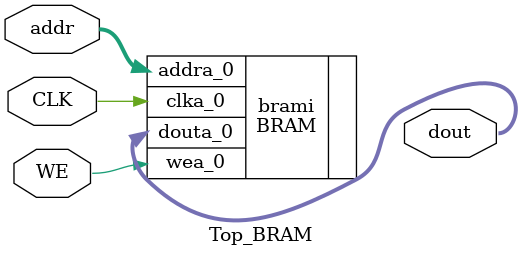
<source format=v>
`timescale 1ns / 1ps

module Top_BRAM(
    input CLK, WE,
    input [3:0] addr,
    output [7:0] dout
    
    );
     wire [7:0] din;
    
    BRAM brami (.clka_0(CLK), .wea_0(WE), .addra_0(addr), .douta_0(dout));
endmodule

</source>
